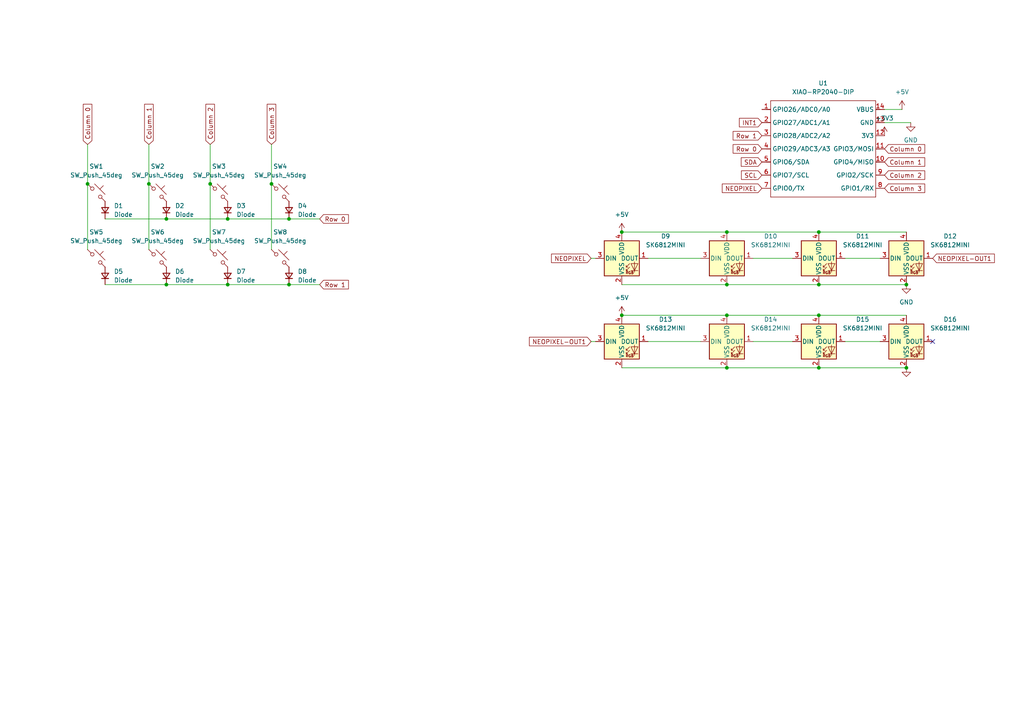
<source format=kicad_sch>
(kicad_sch (version 20250114) (generator "eeschema") (generator_version "9.0")
  (paper "A4")
  (lib_symbols
    (symbol "Device:D_Small" (pin_numbers (hide yes)) (pin_names (offset 0.254) (hide yes))
      (property "Reference" "D" (at -1.27 2.032 0))
      (property "Value" "D_Small" (at -3.81 -2.032 0))
      (symbol "D_Small_0_1"
        (polyline (pts (xy -0.762 0) (xy 0.762 0)))
        (polyline (pts (xy -0.762 -1.016) (xy -0.762 1.016)) (stroke (width 0.254)))
        (polyline (pts (xy 0.762 -1.016) (xy -0.762 0) (xy 0.762 1.016) (xy 0.762 -1.016)) (stroke (width 0.254)))
      )
      (symbol "D_Small_1_1"
        (pin passive line (at -2.54 0 0) (length 1.778) (name "K") (number "1"))
        (pin passive line (at 2.54 0 180) (length 1.778) (name "A") (number "2"))
      )
    )
    (symbol "LED:SK6812MINI" (pin_names (offset 0.254))
      (property "Reference" "D" (at 5.08 5.715 0))
      (property "Value" "SK6812MINI" (at 1.27 -5.715 0))
      (symbol "SK6812MINI_0_0"
        (text "RGB" (at 2.286 -4.191 0) (effects (font (size 0.762 0.762))))
      )
      (symbol "SK6812MINI_0_1"
        (polyline (pts (xy 1.27 -2.54) (xy 1.778 -2.54)))
        (polyline (pts (xy 1.27 -3.556) (xy 1.778 -3.556)))
        (polyline (pts (xy 2.286 -1.524) (xy 1.27 -2.54) (xy 1.27 -2.032)))
        (polyline (pts (xy 2.286 -2.54) (xy 1.27 -3.556) (xy 1.27 -3.048)))
        (polyline (pts (xy 3.683 -1.016) (xy 3.683 -3.556) (xy 3.683 -4.064)))
        (polyline (pts (xy 4.699 -1.524) (xy 2.667 -1.524) (xy 3.683 -3.556) (xy 4.699 -1.524)))
        (polyline (pts (xy 4.699 -3.556) (xy 2.667 -3.556)))
        (rectangle (start 5.08 5.08) (end -5.08 -5.08) (stroke (width 0.254)) (fill (type background)))
      )
      (symbol "SK6812MINI_1_1"
        (pin input line (at -7.62 0 0) (length 2.54) (name "DIN") (number "3"))
        (pin power_in line (at 0 7.62 270) (length 2.54) (name "VDD") (number "4"))
        (pin power_in line (at 0 -7.62 90) (length 2.54) (name "VSS") (number "2"))
        (pin output line (at 7.62 0 180) (length 2.54) (name "DOUT") (number "1"))
      )
    )
    (symbol "Seeed_Studio_XIAO_Series:XIAO-RP2040-DIP"
      (property "Reference" "U" (at 0 0 0))
      (property "Value" "XIAO-RP2040-DIP" (at 5.334 -1.778 0))
      (symbol "XIAO-RP2040-DIP_1_0"
        (polyline (pts (xy -1.27 -2.54) (xy 29.21 -2.54)) (stroke (width 0.1524)))
        (polyline (pts (xy -1.27 -5.08) (xy -2.54 -5.08)) (stroke (width 0.1524)))
        (polyline (pts (xy -1.27 -5.08) (xy -1.27 -2.54)) (stroke (width 0.1524)))
        (polyline (pts (xy -1.27 -8.89) (xy -2.54 -8.89)) (stroke (width 0.1524)))
        (polyline (pts (xy -1.27 -8.89) (xy -1.27 -5.08)) (stroke (width 0.1524)))
        (polyline (pts (xy -1.27 -12.7) (xy -2.54 -12.7)) (stroke (width 0.1524)))
        (polyline (pts (xy -1.27 -12.7) (xy -1.27 -8.89)) (stroke (width 0.1524)))
        (polyline (pts (xy -1.27 -16.51) (xy -2.54 -16.51)) (stroke (width 0.1524)))
        (polyline (pts (xy -1.27 -16.51) (xy -1.27 -12.7)) (stroke (width 0.1524)))
        (polyline (pts (xy -1.27 -20.32) (xy -2.54 -20.32)) (stroke (width 0.1524)))
        (polyline (pts (xy -1.27 -24.13) (xy -2.54 -24.13)) (stroke (width 0.1524)))
        (polyline (pts (xy -1.27 -27.94) (xy -2.54 -27.94)) (stroke (width 0.1524)))
        (polyline (pts (xy -1.27 -30.48) (xy -1.27 -16.51)) (stroke (width 0.1524)))
        (polyline (pts (xy 29.21 -2.54) (xy 29.21 -5.08)) (stroke (width 0.1524)))
        (polyline (pts (xy 29.21 -5.08) (xy 29.21 -8.89)) (stroke (width 0.1524)))
        (polyline (pts (xy 29.21 -8.89) (xy 29.21 -12.7)) (stroke (width 0.1524)))
        (polyline (pts (xy 29.21 -12.7) (xy 29.21 -30.48)) (stroke (width 0.1524)))
        (polyline (pts (xy 29.21 -30.48) (xy -1.27 -30.48)) (stroke (width 0.1524)))
        (polyline (pts (xy 30.48 -5.08) (xy 29.21 -5.08)) (stroke (width 0.1524)))
        (polyline (pts (xy 30.48 -8.89) (xy 29.21 -8.89)) (stroke (width 0.1524)))
        (polyline (pts (xy 30.48 -12.7) (xy 29.21 -12.7)) (stroke (width 0.1524)))
        (polyline (pts (xy 30.48 -16.51) (xy 29.21 -16.51)) (stroke (width 0.1524)))
        (polyline (pts (xy 30.48 -20.32) (xy 29.21 -20.32)) (stroke (width 0.1524)))
        (polyline (pts (xy 30.48 -24.13) (xy 29.21 -24.13)) (stroke (width 0.1524)))
        (polyline (pts (xy 30.48 -27.94) (xy 29.21 -27.94)) (stroke (width 0.1524)))
        (pin passive line (at -3.81 -5.08 0) (length 2.54) (name "GPIO26/ADC0/A0") (number "1"))
        (pin passive line (at -3.81 -8.89 0) (length 2.54) (name "GPIO27/ADC1/A1") (number "2"))
        (pin passive line (at -3.81 -12.7 0) (length 2.54) (name "GPIO28/ADC2/A2") (number "3"))
        (pin passive line (at -3.81 -16.51 0) (length 2.54) (name "GPIO29/ADC3/A3") (number "4"))
        (pin passive line (at -3.81 -20.32 0) (length 2.54) (name "GPIO6/SDA") (number "5"))
        (pin passive line (at -3.81 -24.13 0) (length 2.54) (name "GPIO7/SCL") (number "6"))
        (pin passive line (at -3.81 -27.94 0) (length 2.54) (name "GPIO0/TX") (number "7"))
        (pin passive line (at 31.75 -5.08 180) (length 2.54) (name "VBUS") (number "14"))
        (pin passive line (at 31.75 -8.89 180) (length 2.54) (name "GND") (number "13"))
        (pin passive line (at 31.75 -12.7 180) (length 2.54) (name "3V3") (number "12"))
        (pin passive line (at 31.75 -16.51 180) (length 2.54) (name "GPIO3/MOSI") (number "11"))
        (pin passive line (at 31.75 -20.32 180) (length 2.54) (name "GPIO4/MISO") (number "10"))
        (pin passive line (at 31.75 -24.13 180) (length 2.54) (name "GPIO2/SCK") (number "9"))
        (pin passive line (at 31.75 -27.94 180) (length 2.54) (name "GPIO1/RX") (number "8"))
      )
    )
    (symbol "Switch:SW_Push_45deg" (pin_numbers (hide yes)) (pin_names (offset 1.016) (hide yes))
      (property "Reference" "SW" (at 3.048 1.016 0))
      (property "Value" "SW_Push_45deg" (at 0 -3.81 0))
      (symbol "SW_Push_45deg_0_1"
        (polyline (pts (xy -2.54 2.54) (xy -1.524 1.524) (xy -1.524 1.524)))
        (circle (center -1.1684 1.1684) (radius 0.508))
        (polyline (pts (xy -0.508 2.54) (xy 2.54 -0.508)))
        (polyline (pts (xy 1.016 1.016) (xy 2.032 2.032)))
        (circle (center 1.143 -1.1938) (radius 0.508))
        (polyline (pts (xy 1.524 -1.524) (xy 2.54 -2.54) (xy 2.54 -2.54) (xy 2.54 -2.54)))
        (pin passive line (at -2.54 2.54 0) (length 0) (name "1") (number "1"))
        (pin passive line (at 2.54 -2.54 180) (length 0) (name "2") (number "2"))
      )
    )
    (symbol "power:+3V3" (power) (pin_numbers (hide yes)) (pin_names (offset 0) (hide yes))
      (property "Value" "+3V3" (at 0 3.556 0))
      (symbol "+3V3_0_1"
        (polyline (pts (xy -0.762 1.27) (xy 0 2.54)))
        (polyline (pts (xy 0 2.54) (xy 0.762 1.27)))
        (polyline (pts (xy 0 0) (xy 0 2.54)))
      )
      (symbol "+3V3_1_1"
        (pin power_in line (at 0 0 90) (length 0) (name "~") (number "1"))
      )
    )
    (symbol "power:+5V" (power) (pin_numbers (hide yes)) (pin_names (offset 0) (hide yes))
      (property "Value" "+5V" (at 0 3.556 0))
      (symbol "+5V_0_1"
        (polyline (pts (xy -0.762 1.27) (xy 0 2.54)))
        (polyline (pts (xy 0 2.54) (xy 0.762 1.27)))
        (polyline (pts (xy 0 0) (xy 0 2.54)))
      )
      (symbol "+5V_1_1"
        (pin power_in line (at 0 0 90) (length 0) (name "~") (number "1"))
      )
    )
    (symbol "power:GND" (power) (pin_numbers (hide yes)) (pin_names (offset 0) (hide yes))
      (property "Value" "GND" (at 0 -3.81 0))
      (symbol "GND_0_1"
        (polyline (pts (xy 0 0) (xy 0 -1.27) (xy 1.27 -1.27) (xy 0 -2.54) (xy -1.27 -1.27) (xy 0 -1.27)))
      )
      (symbol "GND_1_1"
        (pin power_in line (at 0 0 270) (length 0) (name "~") (number "1"))
      )
    )
  )
  (junction (at 43.18 53.34))
  (junction (at 210.82 82.55))
  (junction (at 83.82 63.5))
  (junction (at 237.49 106.68))
  (junction (at 180.34 67.31))
  (junction (at 262.89 106.68))
  (junction (at 180.34 91.44))
  (junction (at 25.4 53.34))
  (junction (at 60.96 53.34))
  (junction (at 210.82 91.44))
  (junction (at 48.26 63.5))
  (junction (at 237.49 91.44))
  (junction (at 48.26 82.55))
  (junction (at 210.82 106.68))
  (junction (at 66.04 82.55))
  (junction (at 262.89 82.55))
  (junction (at 210.82 67.31))
  (junction (at 66.04 63.5))
  (junction (at 78.74 53.34))
  (junction (at 237.49 67.31))
  (junction (at 83.82 82.55))
  (junction (at 237.49 82.55))
  (no_connect (at 270.51 99.06))
  (wire (pts (xy 66.04 63.5) (xy 83.82 63.5)))
  (wire (pts (xy 261.62 31.75) (xy 256.54 31.75)))
  (wire (pts (xy 210.82 82.55) (xy 237.49 82.55)))
  (wire (pts (xy 237.49 91.44) (xy 262.89 91.44)))
  (wire (pts (xy 43.18 41.91) (xy 43.18 53.34)))
  (wire (pts (xy 25.4 53.34) (xy 25.4 72.39)))
  (wire (pts (xy 171.45 99.06) (xy 172.72 99.06)))
  (wire (pts (xy 229.87 99.06) (xy 218.44 99.06)))
  (wire (pts (xy 237.49 67.31) (xy 262.89 67.31)))
  (wire (pts (xy 180.34 67.31) (xy 210.82 67.31)))
  (wire (pts (xy 187.96 74.93) (xy 203.2 74.93)))
  (wire (pts (xy 66.04 82.55) (xy 83.82 82.55)))
  (wire (pts (xy 237.49 106.68) (xy 262.89 106.68)))
  (wire (pts (xy 171.45 74.93) (xy 172.72 74.93)))
  (wire (pts (xy 237.49 82.55) (xy 262.89 82.55)))
  (wire (pts (xy 30.48 82.55) (xy 48.26 82.55)))
  (wire (pts (xy 256.54 35.56) (xy 264.16 35.56)))
  (wire (pts (xy 210.82 67.31) (xy 237.49 67.31)))
  (wire (pts (xy 210.82 106.68) (xy 237.49 106.68)))
  (wire (pts (xy 255.27 74.93) (xy 245.11 74.93)))
  (wire (pts (xy 229.87 74.93) (xy 218.44 74.93)))
  (wire (pts (xy 255.27 99.06) (xy 245.11 99.06)))
  (wire (pts (xy 180.34 91.44) (xy 210.82 91.44)))
  (wire (pts (xy 92.71 63.5) (xy 83.82 63.5)))
  (wire (pts (xy 30.48 63.5) (xy 48.26 63.5)))
  (wire (pts (xy 78.74 41.91) (xy 78.74 53.34)))
  (wire (pts (xy 180.34 106.68) (xy 210.82 106.68)))
  (wire (pts (xy 83.82 82.55) (xy 92.71 82.55)))
  (wire (pts (xy 43.18 53.34) (xy 43.18 72.39)))
  (wire (pts (xy 210.82 91.44) (xy 237.49 91.44)))
  (wire (pts (xy 48.26 82.55) (xy 66.04 82.55)))
  (wire (pts (xy 60.96 41.91) (xy 60.96 53.34)))
  (wire (pts (xy 48.26 63.5) (xy 66.04 63.5)))
  (wire (pts (xy 180.34 82.55) (xy 210.82 82.55)))
  (wire (pts (xy 25.4 41.91) (xy 25.4 53.34)))
  (wire (pts (xy 187.96 99.06) (xy 203.2 99.06)))
  (wire (pts (xy 60.96 53.34) (xy 60.96 72.39)))
  (wire (pts (xy 78.74 53.34) (xy 78.74 72.39)))
  (global_label "Column 2" (shape input) (at 256.54 50.8 0) (property "Intersheetrefs" "${INTERSHEET_REFS}" (effects (hide yes))))
  (global_label "Column 3" (shape input) (at 256.54 54.61 0) (property "Intersheetrefs" "${INTERSHEET_REFS}" (effects (hide yes))))
  (global_label "NEOPIXEL-OUT1" (shape input) (at 270.51 74.93 0) (property "Intersheetrefs" "${INTERSHEET_REFS}" (effects (hide yes))))
  (global_label "Row 0" (shape input) (at 220.98 43.18 180) (property "Intersheetrefs" "${INTERSHEET_REFS}" (effects (hide yes))))
  (global_label "Row 1" (shape input) (at 92.71 82.55 0) (property "Intersheetrefs" "${INTERSHEET_REFS}" (effects (hide yes))))
  (global_label "INT1" (shape input) (at 220.98 35.56 180) (property "Intersheetrefs" "${INTERSHEET_REFS}" (effects (hide yes))))
  (global_label "NEOPIXEL-OUT1" (shape input) (at 171.45 99.06 180) (property "Intersheetrefs" "${INTERSHEET_REFS}" (effects (hide yes))))
  (global_label "SDA" (shape input) (at 220.98 46.99 180) (property "Intersheetrefs" "${INTERSHEET_REFS}" (effects (hide yes))))
  (global_label "Row 1" (shape input) (at 220.98 39.37 180) (property "Intersheetrefs" "${INTERSHEET_REFS}" (effects (hide yes))))
  (global_label "Column 0" (shape input) (at 25.4 41.91 90) (property "Intersheetrefs" "${INTERSHEET_REFS}" (effects (hide yes))))
  (global_label "Row 0" (shape input) (at 92.71 63.5 0) (property "Intersheetrefs" "${INTERSHEET_REFS}" (effects (hide yes))))
  (global_label "Column 0" (shape input) (at 256.54 43.18 0) (property "Intersheetrefs" "${INTERSHEET_REFS}" (effects (hide yes))))
  (global_label "Column 2" (shape input) (at 60.96 41.91 90) (property "Intersheetrefs" "${INTERSHEET_REFS}" (effects (hide yes))))
  (global_label "Column 3" (shape input) (at 78.74 41.91 90) (property "Intersheetrefs" "${INTERSHEET_REFS}" (effects (hide yes))))
  (global_label "Column 1" (shape input) (at 43.18 41.91 90) (property "Intersheetrefs" "${INTERSHEET_REFS}" (effects (hide yes))))
  (global_label "NEOPIXEL" (shape input) (at 171.45 74.93 180) (property "Intersheetrefs" "${INTERSHEET_REFS}" (effects (hide yes))))
  (global_label "SCL" (shape input) (at 220.98 50.8 180) (property "Intersheetrefs" "${INTERSHEET_REFS}" (effects (hide yes))))
  (global_label "Column 1" (shape input) (at 256.54 46.99 0) (property "Intersheetrefs" "${INTERSHEET_REFS}" (effects (hide yes))))
  (global_label "NEOPIXEL" (shape input) (at 220.98 54.61 180) (property "Intersheetrefs" "${INTERSHEET_REFS}" (effects (hide yes))))
  (symbol (lib_id "Device:D_Small") (at 66.04 60.96 90) (unit 1)
    (property "Reference" "D3" (at 68.58 59.6899 90) (effects (justify right)))
    (property "Value" "Diode" (at 68.58 62.2299 90) (effects (justify right)))
    (property "Footprint" "Diode_THT:D_DO-35_SOD27_P7.62mm_Horizontal" (effects (hide yes)))
    (property "Description" "Diode, small symbol" (effects (hide yes)))
    (property "Sim.Device" "D" (effects (hide yes)))
    (property "Sim.Pins" "1=K 2=A" (effects (hide yes)))
  )
  (symbol (lib_id "Device:D_Small") (at 83.82 80.01 90) (unit 1)
    (property "Reference" "D8" (at 86.36 78.7399 90) (effects (justify right)))
    (property "Value" "Diode" (at 86.36 81.2799 90) (effects (justify right)))
    (property "Footprint" "Diode_THT:D_DO-35_SOD27_P7.62mm_Horizontal" (effects (hide yes)))
    (property "Description" "Diode, small symbol" (effects (hide yes)))
    (property "Sim.Device" "D" (effects (hide yes)))
    (property "Sim.Pins" "1=K 2=A" (effects (hide yes)))
  )
  (symbol (lib_id "LED:SK6812MINI") (at 262.89 74.93 0) (unit 1)
    (property "Reference" "D12" (at 275.59 68.5098 0))
    (property "Value" "SK6812MINI" (at 275.59 71.0498 0))
    (property "Footprint" "SK6812-MINI-E:SK6812-MINI-E" (effects (hide yes)))
    (property "Datasheet" "https://cdn-shop.adafruit.com/product-files/2686/SK6812MINI_REV.01-1-2.pdf" (effects (hide yes)))
    (property "Description" "RGB LED with integrated controller" (effects (hide yes)))
  )
  (symbol (lib_id "LED:SK6812MINI") (at 210.82 99.06 0) (unit 1)
    (property "Reference" "D14" (at 223.52 92.6398 0))
    (property "Value" "SK6812MINI" (at 223.52 95.1798 0))
    (property "Footprint" "SK6812-MINI-E:SK6812-MINI-E" (effects (hide yes)))
    (property "Datasheet" "https://cdn-shop.adafruit.com/product-files/2686/SK6812MINI_REV.01-1-2.pdf" (effects (hide yes)))
    (property "Description" "RGB LED with integrated controller" (effects (hide yes)))
  )
  (symbol (lib_id "Switch:SW_Push_45deg") (at 63.5 74.93 0) (unit 1)
    (property "Reference" "SW7" (at 63.5 67.31 0))
    (property "Value" "SW_Push_45deg" (at 63.5 69.85 0))
    (property "Footprint" "CherryMX3d:SW_Cherry_MX_1.00u_PCB" (effects (hide yes)))
    (property "Description" "Push button switch, normally open, two pins, 45° tilted" (effects (hide yes)))
  )
  (symbol (lib_id "Switch:SW_Push_45deg") (at 45.72 74.93 0) (unit 1)
    (property "Reference" "SW6" (at 45.72 67.31 0))
    (property "Value" "SW_Push_45deg" (at 45.72 69.85 0))
    (property "Footprint" "CherryMX3d:SW_Cherry_MX_1.00u_PCB" (effects (hide yes)))
    (property "Description" "Push button switch, normally open, two pins, 45° tilted" (effects (hide yes)))
  )
  (symbol (lib_id "Switch:SW_Push_45deg") (at 81.28 74.93 0) (unit 1)
    (property "Reference" "SW8" (at 81.28 67.31 0))
    (property "Value" "SW_Push_45deg" (at 81.28 69.85 0))
    (property "Footprint" "CherryMX3d:SW_Cherry_MX_1.00u_PCB" (effects (hide yes)))
    (property "Description" "Push button switch, normally open, two pins, 45° tilted" (effects (hide yes)))
  )
  (symbol (lib_id "Switch:SW_Push_45deg") (at 63.5 55.88 0) (unit 1)
    (property "Reference" "SW3" (at 63.5 48.26 0))
    (property "Value" "SW_Push_45deg" (at 63.5 50.8 0))
    (property "Footprint" "CherryMX3d:SW_Cherry_MX_1.00u_PCB" (effects (hide yes)))
    (property "Description" "Push button switch, normally open, two pins, 45° tilted" (effects (hide yes)))
  )
  (symbol (lib_id "power:GND") (at 262.89 106.68 0) (unit 1)
    (property "Reference" "#PWR09" (effects (hide yes)))
    (property "Value" "GND" (effects (hide yes)))
    (property "Description" "Power symbol creates a global label with name \"GND\" , ground" (effects (hide yes)))
  )
  (symbol (lib_id "power:GND") (at 262.89 82.55 0) (unit 1)
    (property "Reference" "#PWR010" (effects (hide yes)))
    (property "Value" "GND" (at 262.89 87.63 0))
    (property "Description" "Power symbol creates a global label with name \"GND\" , ground" (effects (hide yes)))
  )
  (symbol (lib_id "Switch:SW_Push_45deg") (at 81.28 55.88 0) (unit 1)
    (property "Reference" "SW4" (at 81.28 48.26 0))
    (property "Value" "SW_Push_45deg" (at 81.28 50.8 0))
    (property "Footprint" "CherryMX3d:SW_Cherry_MX_1.00u_PCB" (effects (hide yes)))
    (property "Description" "Push button switch, normally open, two pins, 45° tilted" (effects (hide yes)))
  )
  (symbol (lib_id "Device:D_Small") (at 83.82 60.96 90) (unit 1)
    (property "Reference" "D4" (at 86.36 59.6899 90) (effects (justify right)))
    (property "Value" "Diode" (at 86.36 62.2299 90) (effects (justify right)))
    (property "Footprint" "Diode_THT:D_DO-35_SOD27_P7.62mm_Horizontal" (effects (hide yes)))
    (property "Description" "Diode, small symbol" (effects (hide yes)))
    (property "Sim.Device" "D" (effects (hide yes)))
    (property "Sim.Pins" "1=K 2=A" (effects (hide yes)))
  )
  (symbol (lib_id "LED:SK6812MINI") (at 237.49 74.93 0) (unit 1)
    (property "Reference" "D11" (at 250.19 68.5098 0))
    (property "Value" "SK6812MINI" (at 250.19 71.0498 0))
    (property "Footprint" "SK6812-MINI-E:SK6812-MINI-E" (effects (hide yes)))
    (property "Datasheet" "https://cdn-shop.adafruit.com/product-files/2686/SK6812MINI_REV.01-1-2.pdf" (effects (hide yes)))
    (property "Description" "RGB LED with integrated controller" (effects (hide yes)))
  )
  (symbol (lib_id "LED:SK6812MINI") (at 262.89 99.06 0) (unit 1)
    (property "Reference" "D16" (at 275.59 92.6398 0))
    (property "Value" "SK6812MINI" (at 275.59 95.1798 0))
    (property "Footprint" "SK6812-MINI-E:SK6812-MINI-E" (effects (hide yes)))
    (property "Datasheet" "https://cdn-shop.adafruit.com/product-files/2686/SK6812MINI_REV.01-1-2.pdf" (effects (hide yes)))
    (property "Description" "RGB LED with integrated controller" (effects (hide yes)))
  )
  (symbol (lib_id "Device:D_Small") (at 30.48 60.96 90) (unit 1)
    (property "Reference" "D1" (at 33.02 59.6899 90) (effects (justify right)))
    (property "Value" "Diode" (at 33.02 62.2299 90) (effects (justify right)))
    (property "Footprint" "Diode_THT:D_DO-35_SOD27_P7.62mm_Horizontal" (effects (hide yes)))
    (property "Description" "Diode, small symbol" (effects (hide yes)))
    (property "Sim.Device" "D" (effects (hide yes)))
    (property "Sim.Pins" "1=K 2=A" (effects (hide yes)))
  )
  (symbol (lib_id "Switch:SW_Push_45deg") (at 45.72 55.88 0) (unit 1)
    (property "Reference" "SW2" (at 45.72 48.26 0))
    (property "Value" "SW_Push_45deg" (at 45.72 50.8 0))
    (property "Footprint" "CherryMX3d:SW_Cherry_MX_1.00u_PCB" (effects (hide yes)))
    (property "Description" "Push button switch, normally open, two pins, 45° tilted" (effects (hide yes)))
  )
  (symbol (lib_id "power:+5V") (at 180.34 67.31 0) (unit 1)
    (property "Reference" "#PWR01" (effects (hide yes)))
    (property "Value" "+5V" (at 180.34 62.23 0))
    (property "Description" "Power symbol creates a global label with name \"+5V\"" (effects (hide yes)))
  )
  (symbol (lib_id "Device:D_Small") (at 66.04 80.01 90) (unit 1)
    (property "Reference" "D7" (at 68.58 78.7399 90) (effects (justify right)))
    (property "Value" "Diode" (at 68.58 81.2799 90) (effects (justify right)))
    (property "Footprint" "Diode_THT:D_DO-35_SOD27_P7.62mm_Horizontal" (effects (hide yes)))
    (property "Description" "Diode, small symbol" (effects (hide yes)))
    (property "Sim.Device" "D" (effects (hide yes)))
    (property "Sim.Pins" "1=K 2=A" (effects (hide yes)))
  )
  (symbol (lib_id "Device:D_Small") (at 48.26 80.01 90) (unit 1)
    (property "Reference" "D6" (at 50.8 78.7399 90) (effects (justify right)))
    (property "Value" "Diode" (at 50.8 81.2799 90) (effects (justify right)))
    (property "Footprint" "Diode_THT:D_DO-35_SOD27_P7.62mm_Horizontal" (effects (hide yes)))
    (property "Description" "Diode, small symbol" (effects (hide yes)))
    (property "Sim.Device" "D" (effects (hide yes)))
    (property "Sim.Pins" "1=K 2=A" (effects (hide yes)))
  )
  (symbol (lib_id "power:+5V") (at 180.34 91.44 0) (unit 1)
    (property "Reference" "#PWR04" (effects (hide yes)))
    (property "Value" "+5V" (at 180.34 86.36 0))
    (property "Description" "Power symbol creates a global label with name \"+5V\"" (effects (hide yes)))
  )
  (symbol (lib_id "Seeed_Studio_XIAO_Series:XIAO-RP2040-DIP") (at 224.79 26.67 0) (unit 1)
    (property "Reference" "U1" (at 238.76 24.13 0))
    (property "Value" "XIAO-RP2040-DIP" (at 238.76 26.67 0))
    (property "Footprint" "Seeed Studio XIAO Series Library:XIAO-RP2040-DIP" (effects (hide yes)))
  )
  (symbol (lib_id "Switch:SW_Push_45deg") (at 27.94 55.88 0) (unit 1)
    (property "Reference" "SW1" (at 27.94 48.26 0))
    (property "Value" "SW_Push_45deg" (at 27.94 50.8 0))
    (property "Footprint" "CherryMX3d:SW_Cherry_MX_1.00u_PCB" (effects (hide yes)))
    (property "Description" "Push button switch, normally open, two pins, 45° tilted" (effects (hide yes)))
  )
  (symbol (lib_id "LED:SK6812MINI") (at 210.82 74.93 0) (unit 1)
    (property "Reference" "D10" (at 223.52 68.5098 0))
    (property "Value" "SK6812MINI" (at 223.52 71.0498 0))
    (property "Footprint" "SK6812-MINI-E:SK6812-MINI-E" (effects (hide yes)))
    (property "Datasheet" "https://cdn-shop.adafruit.com/product-files/2686/SK6812MINI_REV.01-1-2.pdf" (effects (hide yes)))
    (property "Description" "RGB LED with integrated controller" (effects (hide yes)))
  )
  (symbol (lib_id "LED:SK6812MINI") (at 180.34 74.93 0) (unit 1)
    (property "Reference" "D9" (at 193.04 68.5098 0))
    (property "Value" "SK6812MINI" (at 193.04 71.0498 0))
    (property "Footprint" "SK6812-MINI-E:SK6812-MINI-E" (effects (hide yes)))
    (property "Datasheet" "https://cdn-shop.adafruit.com/product-files/2686/SK6812MINI_REV.01-1-2.pdf" (effects (hide yes)))
    (property "Description" "RGB LED with integrated controller" (effects (hide yes)))
  )
  (symbol (lib_id "LED:SK6812MINI") (at 180.34 99.06 0) (unit 1)
    (property "Reference" "D13" (at 193.04 92.6398 0))
    (property "Value" "SK6812MINI" (at 193.04 95.1798 0))
    (property "Footprint" "SK6812-MINI-E:SK6812-MINI-E" (effects (hide yes)))
    (property "Datasheet" "https://cdn-shop.adafruit.com/product-files/2686/SK6812MINI_REV.01-1-2.pdf" (effects (hide yes)))
    (property "Description" "RGB LED with integrated controller" (effects (hide yes)))
  )
  (symbol (lib_id "Device:D_Small") (at 48.26 60.96 90) (unit 1)
    (property "Reference" "D2" (at 50.8 59.6899 90) (effects (justify right)))
    (property "Value" "Diode" (at 50.8 62.2299 90) (effects (justify right)))
    (property "Footprint" "Diode_THT:D_DO-35_SOD27_P7.62mm_Horizontal" (effects (hide yes)))
    (property "Description" "Diode, small symbol" (effects (hide yes)))
    (property "Sim.Device" "D" (effects (hide yes)))
    (property "Sim.Pins" "1=K 2=A" (effects (hide yes)))
  )
  (symbol (lib_id "Switch:SW_Push_45deg") (at 27.94 74.93 0) (unit 1)
    (property "Reference" "SW5" (at 27.94 67.31 0))
    (property "Value" "SW_Push_45deg" (at 27.94 69.85 0))
    (property "Footprint" "CherryMX3d:SW_Cherry_MX_1.00u_PCB" (effects (hide yes)))
    (property "Description" "Push button switch, normally open, two pins, 45° tilted" (effects (hide yes)))
  )
  (symbol (lib_id "power:+3V3") (at 256.54 39.37 0) (unit 1)
    (property "Reference" "#PWR011" (effects (hide yes)))
    (property "Value" "+3V3" (at 256.54 34.29 0))
    (property "Description" "Power symbol creates a global label with name \"+3V3\"" (effects (hide yes)))
  )
  (symbol (lib_id "LED:SK6812MINI") (at 237.49 99.06 0) (unit 1)
    (property "Reference" "D15" (at 250.19 92.6398 0))
    (property "Value" "SK6812MINI" (at 250.19 95.1798 0))
    (property "Footprint" "SK6812-MINI-E:SK6812-MINI-E" (effects (hide yes)))
    (property "Datasheet" "https://cdn-shop.adafruit.com/product-files/2686/SK6812MINI_REV.01-1-2.pdf" (effects (hide yes)))
    (property "Description" "RGB LED with integrated controller" (effects (hide yes)))
  )
  (symbol (lib_id "Device:D_Small") (at 30.48 80.01 90) (unit 1)
    (property "Reference" "D5" (at 33.02 78.7399 90) (effects (justify right)))
    (property "Value" "Diode" (at 33.02 81.2799 90) (effects (justify right)))
    (property "Footprint" "Diode_THT:D_DO-35_SOD27_P7.62mm_Horizontal" (effects (hide yes)))
    (property "Description" "Diode, small symbol" (effects (hide yes)))
    (property "Sim.Device" "D" (effects (hide yes)))
    (property "Sim.Pins" "1=K 2=A" (effects (hide yes)))
  )
  (symbol (lib_id "power:GND") (at 264.16 35.56 0) (unit 1)
    (property "Reference" "#PWR02" (effects (hide yes)))
    (property "Value" "GND" (at 264.16 40.64 0))
    (property "Description" "Power symbol creates a global label with name \"GND\" , ground" (effects (hide yes)))
  )
  (symbol (lib_id "power:+5V") (at 261.62 31.75 0) (unit 1)
    (property "Reference" "#PWR03" (effects (hide yes)))
    (property "Value" "+5V" (at 261.62 26.67 0))
    (property "Description" "Power symbol creates a global label with name \"+5V\"" (effects (hide yes)))
  )
)
</source>
